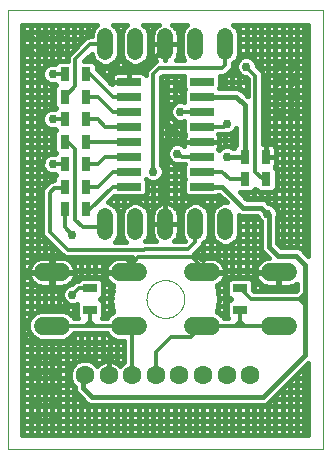
<source format=gbl>
G75*
%MOIN*%
%OFA0B0*%
%FSLAX25Y25*%
%IPPOS*%
%LPD*%
%AMOC8*
5,1,8,0,0,1.08239X$1,22.5*
%
%ADD10C,0.00000*%
%ADD11C,0.05200*%
%ADD12C,0.06299*%
%ADD13C,0.06000*%
%ADD14R,0.08000X0.02600*%
%ADD15R,0.03150X0.04724*%
%ADD16R,0.04724X0.03150*%
%ADD17C,0.01600*%
%ADD18C,0.02978*%
%ADD19C,0.01200*%
%ADD20C,0.03175*%
D10*
X0001800Y0001800D02*
X0001800Y0148001D01*
X0106721Y0148001D01*
X0106721Y0001800D01*
X0001800Y0001800D01*
X0048001Y0051800D02*
X0048003Y0051958D01*
X0048009Y0052116D01*
X0048019Y0052274D01*
X0048033Y0052432D01*
X0048051Y0052589D01*
X0048072Y0052746D01*
X0048098Y0052902D01*
X0048128Y0053058D01*
X0048161Y0053213D01*
X0048199Y0053366D01*
X0048240Y0053519D01*
X0048285Y0053671D01*
X0048334Y0053822D01*
X0048387Y0053971D01*
X0048443Y0054119D01*
X0048503Y0054265D01*
X0048567Y0054410D01*
X0048635Y0054553D01*
X0048706Y0054695D01*
X0048780Y0054835D01*
X0048858Y0054972D01*
X0048940Y0055108D01*
X0049024Y0055242D01*
X0049113Y0055373D01*
X0049204Y0055502D01*
X0049299Y0055629D01*
X0049396Y0055754D01*
X0049497Y0055876D01*
X0049601Y0055995D01*
X0049708Y0056112D01*
X0049818Y0056226D01*
X0049931Y0056337D01*
X0050046Y0056446D01*
X0050164Y0056551D01*
X0050285Y0056653D01*
X0050408Y0056753D01*
X0050534Y0056849D01*
X0050662Y0056942D01*
X0050792Y0057032D01*
X0050925Y0057118D01*
X0051060Y0057202D01*
X0051196Y0057281D01*
X0051335Y0057358D01*
X0051476Y0057430D01*
X0051618Y0057500D01*
X0051762Y0057565D01*
X0051908Y0057627D01*
X0052055Y0057685D01*
X0052204Y0057740D01*
X0052354Y0057791D01*
X0052505Y0057838D01*
X0052657Y0057881D01*
X0052810Y0057920D01*
X0052965Y0057956D01*
X0053120Y0057987D01*
X0053276Y0058015D01*
X0053432Y0058039D01*
X0053589Y0058059D01*
X0053747Y0058075D01*
X0053904Y0058087D01*
X0054063Y0058095D01*
X0054221Y0058099D01*
X0054379Y0058099D01*
X0054537Y0058095D01*
X0054696Y0058087D01*
X0054853Y0058075D01*
X0055011Y0058059D01*
X0055168Y0058039D01*
X0055324Y0058015D01*
X0055480Y0057987D01*
X0055635Y0057956D01*
X0055790Y0057920D01*
X0055943Y0057881D01*
X0056095Y0057838D01*
X0056246Y0057791D01*
X0056396Y0057740D01*
X0056545Y0057685D01*
X0056692Y0057627D01*
X0056838Y0057565D01*
X0056982Y0057500D01*
X0057124Y0057430D01*
X0057265Y0057358D01*
X0057404Y0057281D01*
X0057540Y0057202D01*
X0057675Y0057118D01*
X0057808Y0057032D01*
X0057938Y0056942D01*
X0058066Y0056849D01*
X0058192Y0056753D01*
X0058315Y0056653D01*
X0058436Y0056551D01*
X0058554Y0056446D01*
X0058669Y0056337D01*
X0058782Y0056226D01*
X0058892Y0056112D01*
X0058999Y0055995D01*
X0059103Y0055876D01*
X0059204Y0055754D01*
X0059301Y0055629D01*
X0059396Y0055502D01*
X0059487Y0055373D01*
X0059576Y0055242D01*
X0059660Y0055108D01*
X0059742Y0054972D01*
X0059820Y0054835D01*
X0059894Y0054695D01*
X0059965Y0054553D01*
X0060033Y0054410D01*
X0060097Y0054265D01*
X0060157Y0054119D01*
X0060213Y0053971D01*
X0060266Y0053822D01*
X0060315Y0053671D01*
X0060360Y0053519D01*
X0060401Y0053366D01*
X0060439Y0053213D01*
X0060472Y0053058D01*
X0060502Y0052902D01*
X0060528Y0052746D01*
X0060549Y0052589D01*
X0060567Y0052432D01*
X0060581Y0052274D01*
X0060591Y0052116D01*
X0060597Y0051958D01*
X0060599Y0051800D01*
X0060597Y0051642D01*
X0060591Y0051484D01*
X0060581Y0051326D01*
X0060567Y0051168D01*
X0060549Y0051011D01*
X0060528Y0050854D01*
X0060502Y0050698D01*
X0060472Y0050542D01*
X0060439Y0050387D01*
X0060401Y0050234D01*
X0060360Y0050081D01*
X0060315Y0049929D01*
X0060266Y0049778D01*
X0060213Y0049629D01*
X0060157Y0049481D01*
X0060097Y0049335D01*
X0060033Y0049190D01*
X0059965Y0049047D01*
X0059894Y0048905D01*
X0059820Y0048765D01*
X0059742Y0048628D01*
X0059660Y0048492D01*
X0059576Y0048358D01*
X0059487Y0048227D01*
X0059396Y0048098D01*
X0059301Y0047971D01*
X0059204Y0047846D01*
X0059103Y0047724D01*
X0058999Y0047605D01*
X0058892Y0047488D01*
X0058782Y0047374D01*
X0058669Y0047263D01*
X0058554Y0047154D01*
X0058436Y0047049D01*
X0058315Y0046947D01*
X0058192Y0046847D01*
X0058066Y0046751D01*
X0057938Y0046658D01*
X0057808Y0046568D01*
X0057675Y0046482D01*
X0057540Y0046398D01*
X0057404Y0046319D01*
X0057265Y0046242D01*
X0057124Y0046170D01*
X0056982Y0046100D01*
X0056838Y0046035D01*
X0056692Y0045973D01*
X0056545Y0045915D01*
X0056396Y0045860D01*
X0056246Y0045809D01*
X0056095Y0045762D01*
X0055943Y0045719D01*
X0055790Y0045680D01*
X0055635Y0045644D01*
X0055480Y0045613D01*
X0055324Y0045585D01*
X0055168Y0045561D01*
X0055011Y0045541D01*
X0054853Y0045525D01*
X0054696Y0045513D01*
X0054537Y0045505D01*
X0054379Y0045501D01*
X0054221Y0045501D01*
X0054063Y0045505D01*
X0053904Y0045513D01*
X0053747Y0045525D01*
X0053589Y0045541D01*
X0053432Y0045561D01*
X0053276Y0045585D01*
X0053120Y0045613D01*
X0052965Y0045644D01*
X0052810Y0045680D01*
X0052657Y0045719D01*
X0052505Y0045762D01*
X0052354Y0045809D01*
X0052204Y0045860D01*
X0052055Y0045915D01*
X0051908Y0045973D01*
X0051762Y0046035D01*
X0051618Y0046100D01*
X0051476Y0046170D01*
X0051335Y0046242D01*
X0051196Y0046319D01*
X0051060Y0046398D01*
X0050925Y0046482D01*
X0050792Y0046568D01*
X0050662Y0046658D01*
X0050534Y0046751D01*
X0050408Y0046847D01*
X0050285Y0046947D01*
X0050164Y0047049D01*
X0050046Y0047154D01*
X0049931Y0047263D01*
X0049818Y0047374D01*
X0049708Y0047488D01*
X0049601Y0047605D01*
X0049497Y0047724D01*
X0049396Y0047846D01*
X0049299Y0047971D01*
X0049204Y0048098D01*
X0049113Y0048227D01*
X0049024Y0048358D01*
X0048940Y0048492D01*
X0048858Y0048628D01*
X0048780Y0048765D01*
X0048706Y0048905D01*
X0048635Y0049047D01*
X0048567Y0049190D01*
X0048503Y0049335D01*
X0048443Y0049481D01*
X0048387Y0049629D01*
X0048334Y0049778D01*
X0048285Y0049929D01*
X0048240Y0050081D01*
X0048199Y0050234D01*
X0048161Y0050387D01*
X0048128Y0050542D01*
X0048098Y0050698D01*
X0048072Y0050854D01*
X0048051Y0051011D01*
X0048033Y0051168D01*
X0048019Y0051326D01*
X0048009Y0051484D01*
X0048003Y0051642D01*
X0048001Y0051800D01*
D11*
X0044300Y0074200D02*
X0044300Y0079400D01*
X0034300Y0079400D02*
X0034300Y0074200D01*
X0054300Y0074200D02*
X0054300Y0079400D01*
X0064300Y0079400D02*
X0064300Y0074200D01*
X0074300Y0074200D02*
X0074300Y0079400D01*
X0074300Y0134200D02*
X0074300Y0139400D01*
X0064300Y0139400D02*
X0064300Y0134200D01*
X0054300Y0134200D02*
X0054300Y0139400D01*
X0044300Y0139400D02*
X0044300Y0134200D01*
X0034300Y0134200D02*
X0034300Y0139400D01*
D12*
X0035363Y0026328D03*
X0043237Y0026328D03*
X0051111Y0026328D03*
X0058985Y0026328D03*
X0066859Y0026328D03*
X0074733Y0026328D03*
X0082607Y0026328D03*
X0027489Y0026328D03*
D13*
X0019500Y0042900D02*
X0013500Y0042900D01*
X0013500Y0060700D02*
X0019500Y0060700D01*
X0039100Y0060700D02*
X0045100Y0060700D01*
X0045100Y0042900D02*
X0039100Y0042900D01*
X0063500Y0042900D02*
X0069500Y0042900D01*
X0069500Y0060700D02*
X0063500Y0060700D01*
X0089100Y0060700D02*
X0095100Y0060700D01*
X0095100Y0042900D02*
X0089100Y0042900D01*
D14*
X0066400Y0089300D03*
X0066400Y0094300D03*
X0066400Y0099300D03*
X0066400Y0104300D03*
X0066400Y0109300D03*
X0066400Y0114300D03*
X0066400Y0119300D03*
X0066400Y0124300D03*
X0042200Y0124300D03*
X0042200Y0119300D03*
X0042200Y0114300D03*
X0042200Y0109300D03*
X0042200Y0104300D03*
X0042200Y0099300D03*
X0042200Y0094300D03*
X0042200Y0089300D03*
D15*
X0027843Y0089300D03*
X0027843Y0081800D03*
X0020757Y0081800D03*
X0020757Y0089300D03*
X0020757Y0096800D03*
X0027843Y0096800D03*
X0027843Y0104300D03*
X0027843Y0111800D03*
X0027843Y0119300D03*
X0027843Y0126800D03*
X0020757Y0126800D03*
X0020757Y0119300D03*
X0020757Y0111800D03*
X0020757Y0104300D03*
X0080757Y0099300D03*
X0080757Y0091800D03*
X0087843Y0091800D03*
X0087843Y0099300D03*
D16*
X0079300Y0055343D03*
X0079300Y0048257D03*
X0029300Y0048257D03*
X0029300Y0055343D03*
D17*
X0028600Y0058899D02*
X0028600Y0065719D01*
X0026200Y0065719D02*
X0026200Y0058899D01*
X0026117Y0058899D02*
X0025142Y0057924D01*
X0024830Y0057924D01*
X0023881Y0057531D01*
X0023155Y0056805D01*
X0023120Y0056770D01*
X0022610Y0056770D01*
X0021334Y0056242D01*
X0020358Y0055266D01*
X0019830Y0053990D01*
X0019830Y0052610D01*
X0020358Y0051334D01*
X0021334Y0050358D01*
X0022610Y0049830D01*
X0023990Y0049830D01*
X0024957Y0050230D01*
X0024957Y0045861D01*
X0025337Y0045481D01*
X0023822Y0045481D01*
X0023723Y0045722D01*
X0022322Y0047123D01*
X0020491Y0047881D01*
X0012509Y0047881D01*
X0010678Y0047123D01*
X0009277Y0045722D01*
X0008519Y0043891D01*
X0008519Y0041909D01*
X0009277Y0040078D01*
X0010678Y0038677D01*
X0012509Y0037919D01*
X0020491Y0037919D01*
X0022322Y0038677D01*
X0023723Y0040078D01*
X0023822Y0040319D01*
X0034778Y0040319D01*
X0034877Y0040078D01*
X0036278Y0038677D01*
X0038109Y0037919D01*
X0040656Y0037919D01*
X0040656Y0030812D01*
X0040331Y0030677D01*
X0039167Y0029513D01*
X0039138Y0029552D01*
X0038587Y0030103D01*
X0037957Y0030561D01*
X0037263Y0030915D01*
X0036522Y0031155D01*
X0035753Y0031277D01*
X0035363Y0031277D01*
X0035363Y0026328D01*
X0035363Y0031277D01*
X0034973Y0031277D01*
X0034204Y0031155D01*
X0033463Y0030915D01*
X0032769Y0030561D01*
X0032139Y0030103D01*
X0031588Y0029552D01*
X0031559Y0029513D01*
X0030395Y0030677D01*
X0028510Y0031458D01*
X0026468Y0031458D01*
X0024583Y0030677D01*
X0023139Y0029234D01*
X0022358Y0027348D01*
X0022358Y0025307D01*
X0023139Y0023421D01*
X0024019Y0022542D01*
X0024019Y0021747D01*
X0024442Y0020725D01*
X0028225Y0016942D01*
X0029247Y0016519D01*
X0087353Y0016519D01*
X0088375Y0016942D01*
X0089158Y0017725D01*
X0101921Y0030488D01*
X0101921Y0006600D01*
X0006600Y0006600D01*
X0006600Y0143201D01*
X0031622Y0143201D01*
X0030416Y0141995D01*
X0029719Y0140311D01*
X0029719Y0139381D01*
X0028787Y0139381D01*
X0027838Y0138988D01*
X0022112Y0133262D01*
X0021719Y0132313D01*
X0021719Y0131143D01*
X0018361Y0131143D01*
X0017488Y0130270D01*
X0016110Y0130270D01*
X0014834Y0129742D01*
X0013858Y0128766D01*
X0013330Y0127490D01*
X0013330Y0126110D01*
X0013858Y0124834D01*
X0014834Y0123858D01*
X0016110Y0123330D01*
X0017488Y0123330D01*
X0017768Y0123050D01*
X0017201Y0122483D01*
X0017201Y0116117D01*
X0017768Y0115550D01*
X0017488Y0115270D01*
X0016110Y0115270D01*
X0014834Y0114742D01*
X0013858Y0113766D01*
X0013330Y0112490D01*
X0013330Y0111110D01*
X0013858Y0109834D01*
X0014834Y0108858D01*
X0016110Y0108330D01*
X0017488Y0108330D01*
X0017768Y0108050D01*
X0017201Y0107483D01*
X0017201Y0101117D01*
X0017768Y0100550D01*
X0017488Y0100270D01*
X0016110Y0100270D01*
X0014834Y0099742D01*
X0013858Y0098766D01*
X0013330Y0097490D01*
X0013330Y0096110D01*
X0013858Y0094834D01*
X0014834Y0093858D01*
X0016110Y0093330D01*
X0017488Y0093330D01*
X0017768Y0093050D01*
X0017201Y0092483D01*
X0017201Y0091381D01*
X0016787Y0091381D01*
X0015838Y0090988D01*
X0013612Y0088762D01*
X0013219Y0087813D01*
X0013219Y0073787D01*
X0013612Y0072838D01*
X0019612Y0066838D01*
X0020338Y0066112D01*
X0021287Y0065719D01*
X0043038Y0065719D01*
X0042697Y0065500D01*
X0042300Y0065500D01*
X0042300Y0065130D01*
X0041900Y0064668D01*
X0041900Y0065500D01*
X0038722Y0065500D01*
X0037976Y0065382D01*
X0037257Y0065148D01*
X0036584Y0064805D01*
X0035973Y0064361D01*
X0035439Y0063827D01*
X0034995Y0063216D01*
X0034652Y0062543D01*
X0034418Y0061824D01*
X0034300Y0061078D01*
X0034300Y0060900D01*
X0038890Y0060900D01*
X0038707Y0060500D01*
X0034300Y0060500D01*
X0034300Y0060322D01*
X0034418Y0059576D01*
X0034652Y0058857D01*
X0034995Y0058184D01*
X0035439Y0057573D01*
X0035973Y0057039D01*
X0036584Y0056595D01*
X0036979Y0056393D01*
X0036319Y0051800D01*
X0036951Y0047401D01*
X0036278Y0047123D01*
X0034877Y0045722D01*
X0034778Y0045481D01*
X0033263Y0045481D01*
X0033643Y0045861D01*
X0033643Y0050652D01*
X0032495Y0051800D01*
X0033643Y0052948D01*
X0033643Y0057739D01*
X0032483Y0058899D01*
X0026117Y0058899D01*
X0024182Y0059576D02*
X0024300Y0060322D01*
X0024300Y0060500D01*
X0016700Y0060500D01*
X0016700Y0060900D01*
X0016300Y0060900D01*
X0016300Y0065500D01*
X0013122Y0065500D01*
X0012376Y0065382D01*
X0011657Y0065148D01*
X0010984Y0064805D01*
X0010373Y0064361D01*
X0009839Y0063827D01*
X0009395Y0063216D01*
X0009052Y0062543D01*
X0008818Y0061824D01*
X0008700Y0061078D01*
X0008700Y0060900D01*
X0016300Y0060900D01*
X0016300Y0060500D01*
X0016700Y0060500D01*
X0016700Y0055900D01*
X0019878Y0055900D01*
X0020624Y0056018D01*
X0021343Y0056252D01*
X0022016Y0056595D01*
X0022627Y0057039D01*
X0023161Y0057573D01*
X0023605Y0058184D01*
X0023948Y0058857D01*
X0024182Y0059576D01*
X0024060Y0059200D02*
X0034540Y0059200D01*
X0033400Y0057982D02*
X0033400Y0065719D01*
X0035800Y0065719D02*
X0035800Y0064188D01*
X0035612Y0064000D02*
X0022988Y0064000D01*
X0023161Y0063827D02*
X0022627Y0064361D01*
X0022016Y0064805D01*
X0021343Y0065148D01*
X0020624Y0065382D01*
X0019878Y0065500D01*
X0016700Y0065500D01*
X0016700Y0060900D01*
X0024300Y0060900D01*
X0024300Y0061078D01*
X0024182Y0061824D01*
X0023948Y0062543D01*
X0023605Y0063216D01*
X0023161Y0063827D01*
X0023800Y0062834D02*
X0023800Y0065719D01*
X0021400Y0065719D02*
X0021400Y0065119D01*
X0020050Y0066400D02*
X0006600Y0066400D01*
X0006600Y0064000D02*
X0010012Y0064000D01*
X0009400Y0063223D02*
X0009400Y0143201D01*
X0007000Y0143201D02*
X0007000Y0006600D01*
X0006600Y0008800D02*
X0101921Y0008800D01*
X0100600Y0006600D02*
X0100600Y0029167D01*
X0099433Y0028000D02*
X0101921Y0028000D01*
X0101921Y0025600D02*
X0097033Y0025600D01*
X0098200Y0026767D02*
X0098200Y0006600D01*
X0095800Y0006600D02*
X0095800Y0024367D01*
X0094633Y0023200D02*
X0101921Y0023200D01*
X0101921Y0020800D02*
X0092233Y0020800D01*
X0091000Y0019567D02*
X0091000Y0006600D01*
X0088600Y0006600D02*
X0088600Y0017167D01*
X0089833Y0018400D02*
X0101921Y0018400D01*
X0101921Y0016000D02*
X0006600Y0016000D01*
X0006600Y0013600D02*
X0101921Y0013600D01*
X0101921Y0011200D02*
X0006600Y0011200D01*
X0009400Y0006600D02*
X0009400Y0039956D01*
X0009356Y0040000D02*
X0006600Y0040000D01*
X0006600Y0037600D02*
X0040656Y0037600D01*
X0040600Y0037919D02*
X0040600Y0030789D01*
X0040054Y0030400D02*
X0038179Y0030400D01*
X0038200Y0030384D02*
X0038200Y0037919D01*
X0040656Y0035200D02*
X0006600Y0035200D01*
X0006600Y0032800D02*
X0040656Y0032800D01*
X0035800Y0031270D02*
X0035800Y0039156D01*
X0034956Y0040000D02*
X0023644Y0040000D01*
X0023800Y0040265D02*
X0023800Y0029895D01*
X0024305Y0030400D02*
X0006600Y0030400D01*
X0006600Y0028000D02*
X0022628Y0028000D01*
X0022358Y0025600D02*
X0006600Y0025600D01*
X0006600Y0023200D02*
X0023361Y0023200D01*
X0023800Y0022761D02*
X0023800Y0006600D01*
X0021400Y0006600D02*
X0021400Y0038295D01*
X0019000Y0037919D02*
X0019000Y0006600D01*
X0016600Y0006600D02*
X0016600Y0037919D01*
X0014200Y0037919D02*
X0014200Y0006600D01*
X0011800Y0006600D02*
X0011800Y0038213D01*
X0008519Y0042400D02*
X0006600Y0042400D01*
X0006600Y0044800D02*
X0008896Y0044800D01*
X0009400Y0045844D02*
X0009400Y0058177D01*
X0009395Y0058184D02*
X0009839Y0057573D01*
X0010373Y0057039D01*
X0010984Y0056595D01*
X0011657Y0056252D01*
X0012376Y0056018D01*
X0013122Y0055900D01*
X0016300Y0055900D01*
X0016300Y0060500D01*
X0008700Y0060500D01*
X0008700Y0060322D01*
X0008818Y0059576D01*
X0009052Y0058857D01*
X0009395Y0058184D01*
X0008940Y0059200D02*
X0006600Y0059200D01*
X0006600Y0056800D02*
X0010702Y0056800D01*
X0011800Y0056205D02*
X0011800Y0047587D01*
X0010865Y0047200D02*
X0006600Y0047200D01*
X0006600Y0049600D02*
X0024957Y0049600D01*
X0023800Y0049830D02*
X0023800Y0045535D01*
X0024957Y0047200D02*
X0022135Y0047200D01*
X0021400Y0047504D02*
X0021400Y0050331D01*
X0020082Y0052000D02*
X0006600Y0052000D01*
X0006600Y0054400D02*
X0020000Y0054400D01*
X0019000Y0055900D02*
X0019000Y0047881D01*
X0016600Y0047881D02*
X0016600Y0060500D01*
X0016600Y0060900D02*
X0016600Y0069850D01*
X0017650Y0068800D02*
X0006600Y0068800D01*
X0006600Y0071200D02*
X0015250Y0071200D01*
X0014200Y0072250D02*
X0014200Y0065500D01*
X0016300Y0064000D02*
X0016700Y0064000D01*
X0016700Y0061600D02*
X0016300Y0061600D01*
X0014200Y0060900D02*
X0014200Y0060500D01*
X0016300Y0059200D02*
X0016700Y0059200D01*
X0016700Y0056800D02*
X0016300Y0056800D01*
X0014200Y0055900D02*
X0014200Y0047881D01*
X0021400Y0056269D02*
X0021400Y0056281D01*
X0022298Y0056800D02*
X0023150Y0056800D01*
X0023800Y0057450D02*
X0023800Y0058566D01*
X0023800Y0060500D02*
X0023800Y0060900D01*
X0024217Y0061600D02*
X0034383Y0061600D01*
X0035800Y0060900D02*
X0035800Y0060500D01*
X0035800Y0057212D02*
X0035800Y0046644D01*
X0036465Y0047200D02*
X0033643Y0047200D01*
X0033400Y0045618D02*
X0033400Y0045481D01*
X0033643Y0049600D02*
X0036635Y0049600D01*
X0036319Y0051800D02*
X0036319Y0051800D01*
X0036348Y0052000D02*
X0032695Y0052000D01*
X0033400Y0052705D02*
X0033400Y0050895D01*
X0033643Y0054400D02*
X0036693Y0054400D01*
X0036302Y0056800D02*
X0033643Y0056800D01*
X0031000Y0058899D02*
X0031000Y0065719D01*
X0037460Y0070881D02*
X0038184Y0071605D01*
X0038881Y0073289D01*
X0038881Y0080311D01*
X0038184Y0081995D01*
X0036895Y0083284D01*
X0035211Y0083981D01*
X0035131Y0083981D01*
X0037274Y0086124D01*
X0037379Y0086019D01*
X0047021Y0086019D01*
X0048181Y0087179D01*
X0048181Y0091421D01*
X0047802Y0091800D01*
X0047847Y0091845D01*
X0048334Y0091358D01*
X0049610Y0090830D01*
X0050990Y0090830D01*
X0052266Y0091358D01*
X0053242Y0092334D01*
X0053770Y0093610D01*
X0053770Y0094990D01*
X0053242Y0096266D01*
X0052881Y0096626D01*
X0052881Y0125731D01*
X0053369Y0126219D01*
X0060419Y0126219D01*
X0060419Y0122179D01*
X0060798Y0121800D01*
X0060419Y0121421D01*
X0060419Y0117593D01*
X0059990Y0117770D01*
X0058610Y0117770D01*
X0057334Y0117242D01*
X0056358Y0116266D01*
X0055830Y0114990D01*
X0055830Y0113610D01*
X0056358Y0112334D01*
X0057334Y0111358D01*
X0058610Y0110830D01*
X0059990Y0110830D01*
X0060419Y0111007D01*
X0060419Y0107179D01*
X0060935Y0106663D01*
X0060723Y0106295D01*
X0060600Y0105837D01*
X0060600Y0104300D01*
X0066400Y0104300D01*
X0061300Y0104300D01*
X0058550Y0107050D01*
X0056550Y0107050D01*
X0056300Y0107300D01*
X0056300Y0109300D01*
X0054300Y0111300D01*
X0054300Y0121800D01*
X0052881Y0121600D02*
X0060598Y0121600D01*
X0060419Y0119200D02*
X0052881Y0119200D01*
X0052881Y0116800D02*
X0056893Y0116800D01*
X0057400Y0117269D02*
X0057400Y0126219D01*
X0055000Y0126219D02*
X0055000Y0101401D01*
X0054830Y0100990D02*
X0055358Y0102266D01*
X0056334Y0103242D01*
X0057610Y0103770D01*
X0058990Y0103770D01*
X0060266Y0103242D01*
X0060600Y0102907D01*
X0060600Y0104300D01*
X0066400Y0104300D01*
X0072200Y0104300D01*
X0072200Y0105837D01*
X0072077Y0106295D01*
X0071865Y0106663D01*
X0071921Y0106719D01*
X0074313Y0106719D01*
X0074581Y0106830D01*
X0075490Y0106830D01*
X0076766Y0107358D01*
X0077742Y0108334D01*
X0077976Y0108899D01*
X0077976Y0103258D01*
X0077201Y0102483D01*
X0077201Y0102081D01*
X0076926Y0102081D01*
X0076766Y0102242D01*
X0075490Y0102770D01*
X0074110Y0102770D01*
X0072834Y0102242D01*
X0072197Y0101605D01*
X0071865Y0101937D01*
X0072077Y0102305D01*
X0072200Y0102763D01*
X0072200Y0104300D01*
X0066400Y0104300D01*
X0066400Y0104300D01*
X0066400Y0104300D01*
X0067000Y0104300D02*
X0067000Y0104300D01*
X0064600Y0104300D02*
X0064600Y0104300D01*
X0062200Y0104300D02*
X0062200Y0104300D01*
X0060600Y0104800D02*
X0052881Y0104800D01*
X0052881Y0107200D02*
X0060419Y0107200D01*
X0058550Y0107050D02*
X0057550Y0108050D01*
X0056550Y0107050D01*
X0054300Y0104800D01*
X0054300Y0076800D01*
X0054300Y0076800D01*
X0054300Y0083800D01*
X0054646Y0083800D01*
X0055330Y0083692D01*
X0055989Y0083478D01*
X0056606Y0083163D01*
X0057166Y0082756D01*
X0057656Y0082266D01*
X0058063Y0081706D01*
X0058378Y0081089D01*
X0058592Y0080430D01*
X0058700Y0079746D01*
X0058700Y0076800D01*
X0054300Y0076800D01*
X0054300Y0076800D01*
X0058700Y0076800D01*
X0058700Y0073854D01*
X0058592Y0073170D01*
X0058378Y0072511D01*
X0058063Y0071894D01*
X0057656Y0071334D01*
X0057304Y0070981D01*
X0060831Y0070981D01*
X0060936Y0071086D01*
X0060416Y0071605D01*
X0059719Y0073289D01*
X0059719Y0080311D01*
X0060416Y0081995D01*
X0061705Y0083284D01*
X0063389Y0083981D01*
X0065211Y0083981D01*
X0066895Y0083284D01*
X0068184Y0081995D01*
X0068881Y0080311D01*
X0068881Y0073289D01*
X0068184Y0071605D01*
X0066895Y0070316D01*
X0066881Y0070311D01*
X0066881Y0070287D01*
X0066488Y0069338D01*
X0063923Y0066772D01*
X0065903Y0065500D01*
X0066300Y0065500D01*
X0066300Y0065130D01*
X0066700Y0064668D01*
X0066700Y0065500D01*
X0069878Y0065500D01*
X0070624Y0065382D01*
X0071343Y0065148D01*
X0072016Y0064805D01*
X0072627Y0064361D01*
X0073161Y0063827D01*
X0073605Y0063216D01*
X0073948Y0062543D01*
X0074182Y0061824D01*
X0074300Y0061078D01*
X0074300Y0060900D01*
X0069710Y0060900D01*
X0069893Y0060500D01*
X0074300Y0060500D01*
X0074300Y0060322D01*
X0074182Y0059576D01*
X0073948Y0058857D01*
X0073605Y0058184D01*
X0073161Y0057573D01*
X0072627Y0057039D01*
X0072016Y0056595D01*
X0071621Y0056393D01*
X0072281Y0051800D01*
X0071649Y0047401D01*
X0072322Y0047123D01*
X0073723Y0045722D01*
X0073822Y0045481D01*
X0075337Y0045481D01*
X0074957Y0045861D01*
X0074957Y0050652D01*
X0076105Y0051800D01*
X0074957Y0052948D01*
X0074957Y0057739D01*
X0076117Y0058899D01*
X0082483Y0058899D01*
X0083643Y0057739D01*
X0083643Y0054650D01*
X0083912Y0054381D01*
X0097731Y0054381D01*
X0098019Y0054669D01*
X0098019Y0056888D01*
X0097616Y0056595D01*
X0096943Y0056252D01*
X0096224Y0056018D01*
X0095478Y0055900D01*
X0092300Y0055900D01*
X0092300Y0060500D01*
X0091900Y0060500D01*
X0091900Y0055900D01*
X0088722Y0055900D01*
X0087976Y0056018D01*
X0087257Y0056252D01*
X0086584Y0056595D01*
X0085973Y0057039D01*
X0085439Y0057573D01*
X0084995Y0058184D01*
X0084652Y0058857D01*
X0084418Y0059576D01*
X0084300Y0060322D01*
X0084300Y0060500D01*
X0091900Y0060500D01*
X0091900Y0060900D01*
X0084300Y0060900D01*
X0084300Y0061078D01*
X0084418Y0061824D01*
X0084652Y0062543D01*
X0084995Y0063216D01*
X0085439Y0063827D01*
X0085973Y0064361D01*
X0086584Y0064805D01*
X0087257Y0065148D01*
X0087976Y0065382D01*
X0088675Y0065492D01*
X0086442Y0067725D01*
X0086019Y0068747D01*
X0086019Y0077674D01*
X0085358Y0078334D01*
X0084868Y0079519D01*
X0079747Y0079519D01*
X0078881Y0079877D01*
X0078881Y0073289D01*
X0078184Y0071605D01*
X0076895Y0070316D01*
X0075211Y0069619D01*
X0073389Y0069619D01*
X0071705Y0070316D01*
X0070416Y0071605D01*
X0069719Y0073289D01*
X0069719Y0080311D01*
X0070416Y0081995D01*
X0071705Y0083284D01*
X0073389Y0083981D01*
X0074686Y0083981D01*
X0072148Y0086519D01*
X0071721Y0086519D01*
X0071221Y0086019D01*
X0061579Y0086019D01*
X0060419Y0087179D01*
X0060419Y0091421D01*
X0060798Y0091800D01*
X0060419Y0092179D01*
X0060419Y0096421D01*
X0060717Y0096719D01*
X0059287Y0096719D01*
X0059004Y0096836D01*
X0058990Y0096830D01*
X0057610Y0096830D01*
X0056334Y0097358D01*
X0055358Y0098334D01*
X0054830Y0099610D01*
X0054830Y0100990D01*
X0054830Y0100000D02*
X0052881Y0100000D01*
X0052881Y0102400D02*
X0055493Y0102400D01*
X0057400Y0103683D02*
X0057400Y0111331D01*
X0056693Y0112000D02*
X0052881Y0112000D01*
X0052881Y0114400D02*
X0055830Y0114400D01*
X0056300Y0109300D02*
X0057550Y0108050D01*
X0060419Y0109600D02*
X0052881Y0109600D01*
X0059800Y0110830D02*
X0059800Y0103435D01*
X0056093Y0097600D02*
X0052881Y0097600D01*
X0053683Y0095200D02*
X0060419Y0095200D01*
X0059800Y0096719D02*
X0059800Y0080507D01*
X0059921Y0080800D02*
X0058472Y0080800D01*
X0057400Y0082523D02*
X0057400Y0096917D01*
X0055000Y0099199D02*
X0055000Y0083744D01*
X0054300Y0083800D02*
X0053954Y0083800D01*
X0053270Y0083692D01*
X0052611Y0083478D01*
X0051994Y0083163D01*
X0051434Y0082756D01*
X0050944Y0082266D01*
X0050537Y0081706D01*
X0050222Y0081089D01*
X0050008Y0080430D01*
X0049900Y0079746D01*
X0049900Y0076800D01*
X0054300Y0076800D01*
X0054300Y0076800D01*
X0054300Y0083800D01*
X0054300Y0083200D02*
X0054300Y0083200D01*
X0054300Y0080800D02*
X0054300Y0080800D01*
X0054300Y0078400D02*
X0054300Y0078400D01*
X0054300Y0076800D02*
X0049900Y0076800D01*
X0049900Y0073854D01*
X0050008Y0073170D01*
X0050222Y0072511D01*
X0050537Y0071894D01*
X0050944Y0071334D01*
X0051296Y0070981D01*
X0047560Y0070981D01*
X0048184Y0071605D01*
X0048881Y0073289D01*
X0048881Y0080311D01*
X0048184Y0081995D01*
X0046895Y0083284D01*
X0045211Y0083981D01*
X0043389Y0083981D01*
X0041705Y0083284D01*
X0040416Y0081995D01*
X0039719Y0080311D01*
X0039719Y0073289D01*
X0040416Y0071605D01*
X0041140Y0070881D01*
X0037460Y0070881D01*
X0037779Y0071200D02*
X0040821Y0071200D01*
X0040600Y0071421D02*
X0040600Y0070881D01*
X0038200Y0070881D02*
X0038200Y0071644D01*
X0038881Y0073600D02*
X0039719Y0073600D01*
X0039719Y0076000D02*
X0038881Y0076000D01*
X0038881Y0078400D02*
X0039719Y0078400D01*
X0039921Y0080800D02*
X0038679Y0080800D01*
X0038200Y0081956D02*
X0038200Y0086019D01*
X0036750Y0085600D02*
X0073067Y0085600D01*
X0071800Y0086519D02*
X0071800Y0083323D01*
X0071621Y0083200D02*
X0066979Y0083200D01*
X0067000Y0083179D02*
X0067000Y0086019D01*
X0064600Y0086019D02*
X0064600Y0083981D01*
X0062200Y0083489D02*
X0062200Y0086019D01*
X0060419Y0088000D02*
X0048181Y0088000D01*
X0047800Y0086798D02*
X0047800Y0082379D01*
X0046979Y0083200D02*
X0052066Y0083200D01*
X0052600Y0083472D02*
X0052600Y0091693D01*
X0053435Y0092800D02*
X0060419Y0092800D01*
X0060419Y0090400D02*
X0048181Y0090400D01*
X0050200Y0090830D02*
X0050200Y0081020D01*
X0050128Y0080800D02*
X0048679Y0080800D01*
X0048881Y0078400D02*
X0049900Y0078400D01*
X0050200Y0076800D02*
X0050200Y0076800D01*
X0049900Y0076000D02*
X0048881Y0076000D01*
X0048881Y0073600D02*
X0049940Y0073600D01*
X0050200Y0072580D02*
X0050200Y0070981D01*
X0051077Y0071200D02*
X0047779Y0071200D01*
X0047800Y0071221D02*
X0047800Y0070981D01*
X0052600Y0076800D02*
X0052600Y0076800D01*
X0055000Y0076800D02*
X0055000Y0076800D01*
X0057400Y0076800D02*
X0057400Y0076800D01*
X0058700Y0076000D02*
X0059719Y0076000D01*
X0059719Y0078400D02*
X0058700Y0078400D01*
X0058660Y0073600D02*
X0059719Y0073600D01*
X0059800Y0073093D02*
X0059800Y0070981D01*
X0060821Y0071200D02*
X0057523Y0071200D01*
X0057400Y0071077D02*
X0057400Y0070981D01*
X0064600Y0067450D02*
X0064600Y0066337D01*
X0064502Y0066400D02*
X0087767Y0066400D01*
X0088600Y0065567D02*
X0088600Y0065481D01*
X0086200Y0064526D02*
X0086200Y0068310D01*
X0086019Y0068800D02*
X0065950Y0068800D01*
X0067000Y0070421D02*
X0067000Y0065500D01*
X0069400Y0065500D02*
X0069400Y0086019D01*
X0066400Y0089300D02*
X0073300Y0089300D01*
X0080300Y0082300D01*
X0086300Y0082300D01*
X0088300Y0080300D01*
X0088800Y0079800D01*
X0088800Y0069300D01*
X0091800Y0066300D01*
X0097800Y0066300D01*
X0100800Y0063300D01*
X0100800Y0053800D01*
X0100800Y0051800D01*
X0100800Y0049800D01*
X0100800Y0033300D01*
X0086800Y0019300D01*
X0029800Y0019300D01*
X0026800Y0022300D01*
X0026800Y0025639D01*
X0027489Y0026328D01*
X0031000Y0030072D02*
X0031000Y0040319D01*
X0028600Y0040319D02*
X0028600Y0031421D01*
X0030672Y0030400D02*
X0032547Y0030400D01*
X0033400Y0030882D02*
X0033400Y0040319D01*
X0026200Y0040319D02*
X0026200Y0031347D01*
X0035363Y0030400D02*
X0035363Y0030400D01*
X0035363Y0028000D02*
X0035363Y0028000D01*
X0035363Y0026328D02*
X0035363Y0026328D01*
X0035800Y0016519D02*
X0035800Y0006600D01*
X0033400Y0006600D02*
X0033400Y0016519D01*
X0031000Y0016519D02*
X0031000Y0006600D01*
X0028600Y0006600D02*
X0028600Y0016787D01*
X0026767Y0018400D02*
X0006600Y0018400D01*
X0006600Y0020800D02*
X0024411Y0020800D01*
X0026200Y0018967D02*
X0026200Y0006600D01*
X0038200Y0006600D02*
X0038200Y0016519D01*
X0040600Y0016519D02*
X0040600Y0006600D01*
X0043000Y0006600D02*
X0043000Y0016519D01*
X0045400Y0016519D02*
X0045400Y0006600D01*
X0047800Y0006600D02*
X0047800Y0016519D01*
X0050200Y0016519D02*
X0050200Y0006600D01*
X0052600Y0006600D02*
X0052600Y0016519D01*
X0055000Y0016519D02*
X0055000Y0006600D01*
X0057400Y0006600D02*
X0057400Y0016519D01*
X0059800Y0016519D02*
X0059800Y0006600D01*
X0062200Y0006600D02*
X0062200Y0016519D01*
X0064600Y0016519D02*
X0064600Y0006600D01*
X0067000Y0006600D02*
X0067000Y0016519D01*
X0069400Y0016519D02*
X0069400Y0006600D01*
X0071800Y0006600D02*
X0071800Y0016519D01*
X0074200Y0016519D02*
X0074200Y0006600D01*
X0076600Y0006600D02*
X0076600Y0016519D01*
X0079000Y0016519D02*
X0079000Y0006600D01*
X0081400Y0006600D02*
X0081400Y0016519D01*
X0083800Y0016519D02*
X0083800Y0006600D01*
X0086200Y0006600D02*
X0086200Y0016519D01*
X0093400Y0021967D02*
X0093400Y0006600D01*
X0101833Y0030400D02*
X0101921Y0030400D01*
X0097750Y0054400D02*
X0083894Y0054400D01*
X0083800Y0054494D02*
X0083800Y0079519D01*
X0085331Y0078400D02*
X0078881Y0078400D01*
X0079000Y0079828D02*
X0079000Y0058899D01*
X0076600Y0058899D02*
X0076600Y0070194D01*
X0077779Y0071200D02*
X0086019Y0071200D01*
X0086019Y0073600D02*
X0078881Y0073600D01*
X0078881Y0076000D02*
X0086019Y0076000D01*
X0091242Y0082266D02*
X0090266Y0083242D01*
X0088990Y0083770D01*
X0088763Y0083770D01*
X0087875Y0084658D01*
X0086853Y0085081D01*
X0081452Y0085081D01*
X0079076Y0087457D01*
X0083152Y0087457D01*
X0084300Y0088605D01*
X0085448Y0087457D01*
X0090239Y0087457D01*
X0091399Y0088617D01*
X0091399Y0094983D01*
X0090704Y0095678D01*
X0090858Y0095833D01*
X0091095Y0096243D01*
X0091218Y0096701D01*
X0091218Y0099300D01*
X0091218Y0101899D01*
X0091095Y0102357D01*
X0090858Y0102767D01*
X0090523Y0103103D01*
X0090113Y0103340D01*
X0089655Y0103462D01*
X0087843Y0103462D01*
X0086881Y0103462D01*
X0086881Y0126813D01*
X0086488Y0127762D01*
X0085762Y0128488D01*
X0084770Y0129480D01*
X0084770Y0129990D01*
X0084242Y0131266D01*
X0083266Y0132242D01*
X0081990Y0132770D01*
X0080610Y0132770D01*
X0079334Y0132242D01*
X0078358Y0131266D01*
X0077830Y0129990D01*
X0077830Y0128610D01*
X0078358Y0127334D01*
X0079334Y0126358D01*
X0080610Y0125830D01*
X0081120Y0125830D01*
X0081719Y0125231D01*
X0081719Y0119314D01*
X0079375Y0121658D01*
X0078353Y0122081D01*
X0072283Y0122081D01*
X0072381Y0122179D01*
X0072381Y0126219D01*
X0073813Y0126219D01*
X0074762Y0126612D01*
X0075488Y0127338D01*
X0075762Y0127612D01*
X0076488Y0128338D01*
X0076881Y0129287D01*
X0076881Y0130311D01*
X0076895Y0130316D01*
X0078184Y0131605D01*
X0078881Y0133289D01*
X0078881Y0140311D01*
X0078184Y0141995D01*
X0076978Y0143201D01*
X0101921Y0143201D01*
X0101921Y0066112D01*
X0099375Y0068658D01*
X0098353Y0069081D01*
X0092952Y0069081D01*
X0091581Y0070452D01*
X0091581Y0079154D01*
X0091770Y0079610D01*
X0091770Y0080990D01*
X0091242Y0082266D01*
X0091000Y0082507D02*
X0091000Y0088218D01*
X0090782Y0088000D02*
X0101921Y0088000D01*
X0101921Y0090400D02*
X0091399Y0090400D01*
X0091399Y0092800D02*
X0101921Y0092800D01*
X0101921Y0095200D02*
X0091182Y0095200D01*
X0091000Y0095382D02*
X0091000Y0096078D01*
X0091218Y0097600D02*
X0101921Y0097600D01*
X0101921Y0100000D02*
X0091218Y0100000D01*
X0091218Y0099300D02*
X0087843Y0099300D01*
X0087843Y0103462D01*
X0087843Y0099300D01*
X0087843Y0099300D01*
X0087843Y0104343D01*
X0088300Y0104800D01*
X0088600Y0103462D02*
X0088600Y0143201D01*
X0086200Y0143201D02*
X0086200Y0128050D01*
X0085450Y0128800D02*
X0101921Y0128800D01*
X0101921Y0126400D02*
X0086881Y0126400D01*
X0086881Y0124000D02*
X0101921Y0124000D01*
X0101921Y0121600D02*
X0086881Y0121600D01*
X0086881Y0119200D02*
X0101921Y0119200D01*
X0101921Y0116800D02*
X0086881Y0116800D01*
X0086881Y0114400D02*
X0101921Y0114400D01*
X0101921Y0112000D02*
X0086881Y0112000D01*
X0086881Y0109600D02*
X0101921Y0109600D01*
X0101921Y0107200D02*
X0086881Y0107200D01*
X0086881Y0104800D02*
X0101921Y0104800D01*
X0101921Y0102400D02*
X0091071Y0102400D01*
X0091000Y0102522D02*
X0091000Y0143201D01*
X0093400Y0143201D02*
X0093400Y0069081D01*
X0095800Y0069081D02*
X0095800Y0143201D01*
X0098200Y0143201D02*
X0098200Y0069081D01*
X0099032Y0068800D02*
X0101921Y0068800D01*
X0100600Y0067433D02*
X0100600Y0143201D01*
X0101921Y0143200D02*
X0076979Y0143200D01*
X0079000Y0143201D02*
X0079000Y0131907D01*
X0078331Y0131200D02*
X0077779Y0131200D01*
X0078881Y0133600D02*
X0101921Y0133600D01*
X0101921Y0131200D02*
X0084269Y0131200D01*
X0083800Y0131707D02*
X0083800Y0143201D01*
X0081400Y0143201D02*
X0081400Y0132770D01*
X0078881Y0136000D02*
X0101921Y0136000D01*
X0101921Y0138400D02*
X0078881Y0138400D01*
X0078679Y0140800D02*
X0101921Y0140800D01*
X0081719Y0124000D02*
X0072381Y0124000D01*
X0074200Y0122081D02*
X0074200Y0126379D01*
X0074251Y0126400D02*
X0079293Y0126400D01*
X0079000Y0126693D02*
X0079000Y0121813D01*
X0079433Y0121600D02*
X0081719Y0121600D01*
X0081400Y0119633D02*
X0081400Y0125550D01*
X0077830Y0128800D02*
X0076680Y0128800D01*
X0076600Y0128608D02*
X0076600Y0122081D01*
X0077800Y0119300D02*
X0080757Y0116343D01*
X0080757Y0099300D01*
X0074800Y0099300D01*
X0073216Y0102400D02*
X0072103Y0102400D01*
X0071800Y0104300D02*
X0071800Y0104300D01*
X0072200Y0104800D02*
X0077976Y0104800D01*
X0077976Y0107200D02*
X0076384Y0107200D01*
X0076600Y0107290D02*
X0076600Y0102310D01*
X0076384Y0102400D02*
X0077201Y0102400D01*
X0074200Y0102770D02*
X0074200Y0106719D01*
X0069400Y0104300D02*
X0069400Y0104300D01*
X0059800Y0117770D02*
X0059800Y0126219D01*
X0060419Y0124000D02*
X0052881Y0124000D01*
X0047719Y0127313D02*
X0048112Y0128262D01*
X0050112Y0130262D01*
X0050838Y0130988D01*
X0051157Y0131120D01*
X0050944Y0131334D01*
X0050537Y0131894D01*
X0050222Y0132511D01*
X0050008Y0133170D01*
X0049900Y0133854D01*
X0049900Y0136800D01*
X0054300Y0136800D01*
X0054300Y0135800D01*
X0047300Y0128800D01*
X0043800Y0128800D01*
X0042200Y0127200D01*
X0042200Y0124300D01*
X0042200Y0124300D01*
X0042200Y0127400D01*
X0046437Y0127400D01*
X0046895Y0127277D01*
X0047305Y0127040D01*
X0047640Y0126705D01*
X0047719Y0126569D01*
X0047719Y0127313D01*
X0047800Y0127509D02*
X0047800Y0131221D01*
X0047779Y0131200D02*
X0051077Y0131200D01*
X0050200Y0130350D02*
X0050200Y0132580D01*
X0049940Y0133600D02*
X0048881Y0133600D01*
X0048881Y0133289D02*
X0048881Y0140311D01*
X0048184Y0141995D01*
X0046978Y0143201D01*
X0052068Y0143201D01*
X0051994Y0143163D01*
X0051434Y0142756D01*
X0050944Y0142266D01*
X0050537Y0141706D01*
X0050222Y0141089D01*
X0050008Y0140430D01*
X0049900Y0139746D01*
X0049900Y0136800D01*
X0054300Y0136800D01*
X0058700Y0136800D01*
X0058700Y0139746D01*
X0058592Y0140430D01*
X0058378Y0141089D01*
X0058063Y0141706D01*
X0057656Y0142266D01*
X0057166Y0142756D01*
X0056606Y0143163D01*
X0056532Y0143201D01*
X0061622Y0143201D01*
X0060416Y0141995D01*
X0059719Y0140311D01*
X0059719Y0133289D01*
X0060416Y0131605D01*
X0060640Y0131381D01*
X0057691Y0131381D01*
X0058063Y0131894D01*
X0058378Y0132511D01*
X0058592Y0133170D01*
X0058700Y0133854D01*
X0058700Y0136800D01*
X0054300Y0136800D01*
X0054300Y0136800D01*
X0054300Y0131381D01*
X0054300Y0131381D01*
X0054300Y0136800D01*
X0054300Y0136800D01*
X0054300Y0136800D01*
X0055000Y0136800D02*
X0055000Y0136800D01*
X0054300Y0136000D02*
X0054300Y0136000D01*
X0052600Y0136800D02*
X0052600Y0136800D01*
X0050200Y0136800D02*
X0050200Y0136800D01*
X0049900Y0136000D02*
X0048881Y0136000D01*
X0048881Y0138400D02*
X0049900Y0138400D01*
X0050128Y0140800D02*
X0048679Y0140800D01*
X0047800Y0142379D02*
X0047800Y0143201D01*
X0046979Y0143200D02*
X0052066Y0143200D01*
X0050200Y0143201D02*
X0050200Y0141020D01*
X0048881Y0133289D02*
X0048184Y0131605D01*
X0046895Y0130316D01*
X0045211Y0129619D01*
X0043389Y0129619D01*
X0041705Y0130316D01*
X0040416Y0131605D01*
X0039719Y0133289D01*
X0039719Y0140311D01*
X0040416Y0141995D01*
X0041622Y0143201D01*
X0036978Y0143201D01*
X0038184Y0141995D01*
X0038881Y0140311D01*
X0038881Y0133289D01*
X0038184Y0131605D01*
X0036895Y0130316D01*
X0035211Y0129619D01*
X0033389Y0129619D01*
X0031705Y0130316D01*
X0030416Y0131605D01*
X0029719Y0133289D01*
X0029719Y0133569D01*
X0027294Y0131143D01*
X0030239Y0131143D01*
X0031399Y0129983D01*
X0031399Y0128351D01*
X0036400Y0123350D01*
X0036400Y0124300D01*
X0042200Y0124300D01*
X0042200Y0124300D01*
X0042200Y0127400D01*
X0037963Y0127400D01*
X0037505Y0127277D01*
X0037095Y0127040D01*
X0036760Y0126705D01*
X0036523Y0126295D01*
X0036400Y0125837D01*
X0036400Y0124300D01*
X0042200Y0124300D01*
X0040600Y0124300D02*
X0040600Y0124300D01*
X0042200Y0126400D02*
X0042200Y0126400D01*
X0043000Y0127400D02*
X0043000Y0129780D01*
X0045400Y0129697D02*
X0045400Y0127400D01*
X0048650Y0128800D02*
X0031399Y0128800D01*
X0031000Y0130382D02*
X0031000Y0131021D01*
X0030821Y0131200D02*
X0027350Y0131200D01*
X0028600Y0131143D02*
X0028600Y0132450D01*
X0024850Y0136000D02*
X0006600Y0136000D01*
X0006600Y0138400D02*
X0027250Y0138400D01*
X0026200Y0137350D02*
X0026200Y0143201D01*
X0028600Y0143201D02*
X0028600Y0139304D01*
X0029921Y0140800D02*
X0006600Y0140800D01*
X0006600Y0143200D02*
X0031621Y0143200D01*
X0031000Y0143201D02*
X0031000Y0142579D01*
X0036979Y0143200D02*
X0041621Y0143200D01*
X0040600Y0143201D02*
X0040600Y0142179D01*
X0039921Y0140800D02*
X0038679Y0140800D01*
X0038200Y0141956D02*
X0038200Y0143201D01*
X0038881Y0138400D02*
X0039719Y0138400D01*
X0039719Y0136000D02*
X0038881Y0136000D01*
X0038881Y0133600D02*
X0039719Y0133600D01*
X0040600Y0131421D02*
X0040600Y0127400D01*
X0038200Y0127400D02*
X0038200Y0131644D01*
X0037779Y0131200D02*
X0040821Y0131200D01*
X0036583Y0126400D02*
X0033350Y0126400D01*
X0033400Y0126350D02*
X0033400Y0129619D01*
X0035800Y0129863D02*
X0035800Y0123950D01*
X0035750Y0124000D02*
X0036400Y0124000D01*
X0038200Y0124300D02*
X0038200Y0124300D01*
X0023800Y0134950D02*
X0023800Y0143201D01*
X0021400Y0143201D02*
X0021400Y0131143D01*
X0021719Y0131200D02*
X0006600Y0131200D01*
X0006600Y0133600D02*
X0022450Y0133600D01*
X0019000Y0131143D02*
X0019000Y0143201D01*
X0016600Y0143201D02*
X0016600Y0130270D01*
X0014200Y0129107D02*
X0014200Y0143201D01*
X0011800Y0143201D02*
X0011800Y0065195D01*
X0008783Y0061600D02*
X0006600Y0061600D01*
X0009400Y0060900D02*
X0009400Y0060500D01*
X0011800Y0060500D02*
X0011800Y0060900D01*
X0019000Y0060900D02*
X0019000Y0060500D01*
X0021400Y0060500D02*
X0021400Y0060900D01*
X0019000Y0065500D02*
X0019000Y0067450D01*
X0013296Y0073600D02*
X0006600Y0073600D01*
X0006600Y0076000D02*
X0013219Y0076000D01*
X0013219Y0078400D02*
X0006600Y0078400D01*
X0006600Y0080800D02*
X0013219Y0080800D01*
X0013219Y0083200D02*
X0006600Y0083200D01*
X0006600Y0085600D02*
X0013219Y0085600D01*
X0013296Y0088000D02*
X0006600Y0088000D01*
X0006600Y0090400D02*
X0015250Y0090400D01*
X0014200Y0089350D02*
X0014200Y0094493D01*
X0013707Y0095200D02*
X0006600Y0095200D01*
X0006600Y0092800D02*
X0017518Y0092800D01*
X0016600Y0093330D02*
X0016600Y0091304D01*
X0013375Y0097600D02*
X0006600Y0097600D01*
X0006600Y0100000D02*
X0015458Y0100000D01*
X0016600Y0100270D02*
X0016600Y0108330D01*
X0017201Y0107200D02*
X0006600Y0107200D01*
X0006600Y0104800D02*
X0017201Y0104800D01*
X0017201Y0102400D02*
X0006600Y0102400D01*
X0006600Y0109600D02*
X0014093Y0109600D01*
X0014200Y0109493D02*
X0014200Y0099107D01*
X0013330Y0112000D02*
X0006600Y0112000D01*
X0006600Y0114400D02*
X0014493Y0114400D01*
X0014200Y0114107D02*
X0014200Y0124493D01*
X0014693Y0124000D02*
X0006600Y0124000D01*
X0006600Y0126400D02*
X0013330Y0126400D01*
X0013893Y0128800D02*
X0006600Y0128800D01*
X0006600Y0121600D02*
X0017201Y0121600D01*
X0016600Y0123330D02*
X0016600Y0115270D01*
X0017201Y0116800D02*
X0006600Y0116800D01*
X0006600Y0119200D02*
X0017201Y0119200D01*
X0040600Y0086019D02*
X0040600Y0082179D01*
X0041621Y0083200D02*
X0036979Y0083200D01*
X0035800Y0083737D02*
X0035800Y0084650D01*
X0043000Y0083820D02*
X0043000Y0086019D01*
X0045400Y0086019D02*
X0045400Y0083903D01*
X0056534Y0083200D02*
X0061621Y0083200D01*
X0068679Y0080800D02*
X0069921Y0080800D01*
X0069719Y0078400D02*
X0068881Y0078400D01*
X0068881Y0076000D02*
X0069719Y0076000D01*
X0069719Y0073600D02*
X0068881Y0073600D01*
X0067779Y0071200D02*
X0070821Y0071200D01*
X0071800Y0070277D02*
X0071800Y0064915D01*
X0072988Y0064000D02*
X0085612Y0064000D01*
X0084383Y0061600D02*
X0074217Y0061600D01*
X0074200Y0061709D02*
X0074200Y0069619D01*
X0074200Y0060900D02*
X0074200Y0060500D01*
X0074200Y0059691D02*
X0074200Y0045481D01*
X0074957Y0047200D02*
X0072135Y0047200D01*
X0071800Y0047339D02*
X0071800Y0048454D01*
X0071965Y0049600D02*
X0074957Y0049600D01*
X0075905Y0052000D02*
X0072252Y0052000D01*
X0071907Y0054400D02*
X0074957Y0054400D01*
X0074957Y0056800D02*
X0072298Y0056800D01*
X0071800Y0056485D02*
X0071800Y0055146D01*
X0074060Y0059200D02*
X0084540Y0059200D01*
X0083643Y0056800D02*
X0086302Y0056800D01*
X0086200Y0056874D02*
X0086200Y0054381D01*
X0088600Y0054381D02*
X0088600Y0055919D01*
X0091000Y0055900D02*
X0091000Y0054381D01*
X0091900Y0056800D02*
X0092300Y0056800D01*
X0092300Y0059200D02*
X0091900Y0059200D01*
X0091000Y0060500D02*
X0091000Y0060900D01*
X0088600Y0060900D02*
X0088600Y0060500D01*
X0086200Y0060500D02*
X0086200Y0060900D01*
X0081400Y0058899D02*
X0081400Y0079519D01*
X0081400Y0085133D02*
X0081400Y0087457D01*
X0080933Y0085600D02*
X0101921Y0085600D01*
X0101921Y0083200D02*
X0090307Y0083200D01*
X0091770Y0080800D02*
X0101921Y0080800D01*
X0101921Y0078400D02*
X0091581Y0078400D01*
X0091581Y0076000D02*
X0101921Y0076000D01*
X0101921Y0073600D02*
X0091581Y0073600D01*
X0091581Y0071200D02*
X0101921Y0071200D01*
X0101921Y0066400D02*
X0101633Y0066400D01*
X0098019Y0056800D02*
X0097898Y0056800D01*
X0095800Y0055951D02*
X0095800Y0054381D01*
X0093400Y0054381D02*
X0093400Y0055900D01*
X0088600Y0083933D02*
X0088600Y0087457D01*
X0086200Y0087457D02*
X0086200Y0085081D01*
X0083800Y0085081D02*
X0083800Y0088105D01*
X0083695Y0088000D02*
X0084905Y0088000D01*
X0087843Y0099300D02*
X0087843Y0099300D01*
X0091218Y0099300D01*
X0091000Y0099300D02*
X0091000Y0099300D01*
X0088600Y0099300D02*
X0088600Y0099300D01*
X0087843Y0100000D02*
X0087843Y0100000D01*
X0087843Y0102400D02*
X0087843Y0102400D01*
X0077800Y0119300D02*
X0066400Y0119300D01*
X0059800Y0131381D02*
X0059800Y0133093D01*
X0059719Y0133600D02*
X0058660Y0133600D01*
X0058700Y0136000D02*
X0059719Y0136000D01*
X0059719Y0138400D02*
X0058700Y0138400D01*
X0057400Y0136800D02*
X0057400Y0136800D01*
X0054300Y0133600D02*
X0054300Y0133600D01*
X0058472Y0140800D02*
X0059921Y0140800D01*
X0059800Y0140507D02*
X0059800Y0143201D01*
X0061621Y0143200D02*
X0056534Y0143200D01*
X0057400Y0143201D02*
X0057400Y0142523D01*
X0074200Y0084467D02*
X0074200Y0083981D01*
X0071800Y0060900D02*
X0071800Y0060500D01*
X0043000Y0065695D02*
X0043000Y0065719D01*
X0040600Y0065719D02*
X0040600Y0065500D01*
X0038200Y0065417D02*
X0038200Y0065719D01*
X0038200Y0060900D02*
X0038200Y0060500D01*
D18*
X0023300Y0053300D03*
X0023300Y0073300D03*
X0016800Y0096800D03*
X0016800Y0111800D03*
X0016800Y0126800D03*
X0050300Y0094300D03*
X0058300Y0100300D03*
X0059300Y0114300D03*
X0054300Y0121800D03*
X0074800Y0110300D03*
X0074800Y0099300D03*
X0088300Y0104800D03*
X0081300Y0129300D03*
X0088300Y0080300D03*
D19*
X0087843Y0091800D02*
X0086800Y0091800D01*
X0084300Y0094300D01*
X0084300Y0126300D01*
X0081300Y0129300D01*
X0074300Y0129800D02*
X0074300Y0136800D01*
X0074300Y0129800D02*
X0073300Y0128800D01*
X0052300Y0128800D01*
X0050300Y0126800D01*
X0050300Y0094300D01*
X0058300Y0100300D02*
X0058800Y0100300D01*
X0059800Y0099300D01*
X0066400Y0099300D01*
X0066400Y0094300D02*
X0073300Y0094300D01*
X0075800Y0091800D01*
X0080757Y0091800D01*
X0073800Y0109300D02*
X0066400Y0109300D01*
X0066400Y0114300D02*
X0059300Y0114300D01*
X0073800Y0109300D02*
X0074800Y0110300D01*
X0064300Y0076800D02*
X0064300Y0070800D01*
X0061900Y0068400D01*
X0047424Y0068400D01*
X0047324Y0068300D01*
X0021800Y0068300D01*
X0015800Y0074300D01*
X0015800Y0087300D01*
X0017300Y0088800D01*
X0020257Y0088800D01*
X0020757Y0089300D01*
X0020757Y0096800D02*
X0016800Y0096800D01*
X0020757Y0104300D02*
X0021800Y0104300D01*
X0024300Y0101800D01*
X0024300Y0078300D01*
X0026800Y0075800D01*
X0033300Y0075800D01*
X0034300Y0076800D01*
X0029300Y0081800D02*
X0036800Y0089300D01*
X0042200Y0089300D01*
X0042200Y0094300D02*
X0036800Y0094300D01*
X0031800Y0089300D01*
X0027843Y0089300D01*
X0027843Y0081800D02*
X0029300Y0081800D01*
X0023300Y0073300D02*
X0020757Y0075843D01*
X0020757Y0081800D01*
X0027843Y0096800D02*
X0031800Y0096800D01*
X0034300Y0099300D01*
X0042200Y0099300D01*
X0042200Y0104300D02*
X0027843Y0104300D01*
X0027843Y0111800D02*
X0031800Y0111800D01*
X0034300Y0109300D01*
X0042200Y0109300D01*
X0042200Y0114300D02*
X0036800Y0114300D01*
X0031800Y0119300D01*
X0027843Y0119300D01*
X0024300Y0122843D02*
X0024300Y0131800D01*
X0029300Y0136800D01*
X0034300Y0136800D01*
X0029300Y0126800D02*
X0027843Y0126800D01*
X0029300Y0126800D02*
X0036800Y0119300D01*
X0042200Y0119300D01*
X0024300Y0122843D02*
X0020757Y0119300D01*
X0020757Y0111800D02*
X0016800Y0111800D01*
X0016800Y0126800D02*
X0020757Y0126800D01*
X0045300Y0065800D02*
X0063300Y0065800D01*
X0066500Y0062600D01*
X0066500Y0060700D01*
X0092100Y0060700D01*
X0100800Y0053800D02*
X0098800Y0051800D01*
X0100800Y0049800D01*
X0100800Y0051800D02*
X0098800Y0051800D01*
X0082843Y0051800D01*
X0079300Y0055343D01*
X0079300Y0048257D02*
X0079300Y0044400D01*
X0079250Y0044350D01*
X0080700Y0042900D01*
X0092100Y0042900D01*
X0080700Y0042900D02*
X0079300Y0042900D01*
X0079300Y0044400D01*
X0079250Y0044350D02*
X0077800Y0042900D01*
X0079300Y0042900D01*
X0077800Y0042900D02*
X0066500Y0042900D01*
X0062900Y0039300D01*
X0056300Y0039300D01*
X0051111Y0034111D01*
X0051111Y0026328D01*
X0043237Y0026328D02*
X0043237Y0041763D01*
X0042100Y0042900D01*
X0030800Y0042900D01*
X0029300Y0044400D01*
X0027800Y0042900D01*
X0029300Y0042900D01*
X0029300Y0044400D01*
X0029300Y0048257D01*
X0029300Y0042900D02*
X0030800Y0042900D01*
X0027800Y0042900D02*
X0016500Y0042900D01*
X0009800Y0036800D02*
X0006400Y0040200D01*
X0006400Y0057900D01*
X0009300Y0060800D01*
X0017200Y0060800D01*
X0017300Y0060700D01*
X0016500Y0060700D01*
X0017300Y0060700D02*
X0042100Y0060700D01*
X0042100Y0062600D01*
X0045300Y0065800D01*
X0029300Y0055343D02*
X0025343Y0055343D01*
X0023300Y0053300D01*
X0032800Y0036800D02*
X0009800Y0036800D01*
X0032800Y0036800D02*
X0035363Y0034237D01*
X0035363Y0026328D01*
D20*
X0016800Y0026800D03*
X0016800Y0021800D03*
X0016800Y0016800D03*
X0016800Y0011800D03*
X0011800Y0011800D03*
X0011800Y0016800D03*
X0011800Y0021800D03*
X0011800Y0026800D03*
X0011800Y0031800D03*
X0016800Y0031800D03*
X0059300Y0121800D03*
X0091800Y0119300D03*
X0091800Y0124300D03*
X0091800Y0129300D03*
X0096800Y0129300D03*
X0096800Y0124300D03*
X0096800Y0119300D03*
X0096800Y0114300D03*
X0091800Y0114300D03*
X0019300Y0134300D03*
X0019300Y0139300D03*
X0014300Y0139300D03*
X0014300Y0134300D03*
X0009300Y0134300D03*
X0009300Y0139300D03*
M02*

</source>
